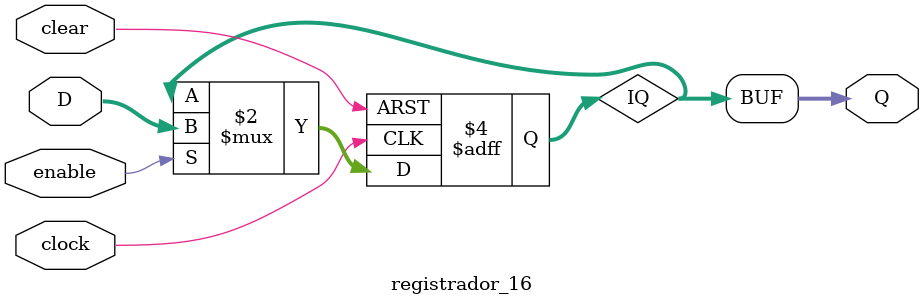
<source format=v>
module registrador_16 (
    input        clock,
    input        clear,
    input        enable,
    input  [15:0] D,
    output [15:0] Q
);

    reg [15:0] IQ;

    always @(posedge clock or posedge clear) begin
        if (clear)
            IQ <= 0;
        else if (enable)
            IQ <= D;
    end

    assign Q = IQ;

endmodule
</source>
